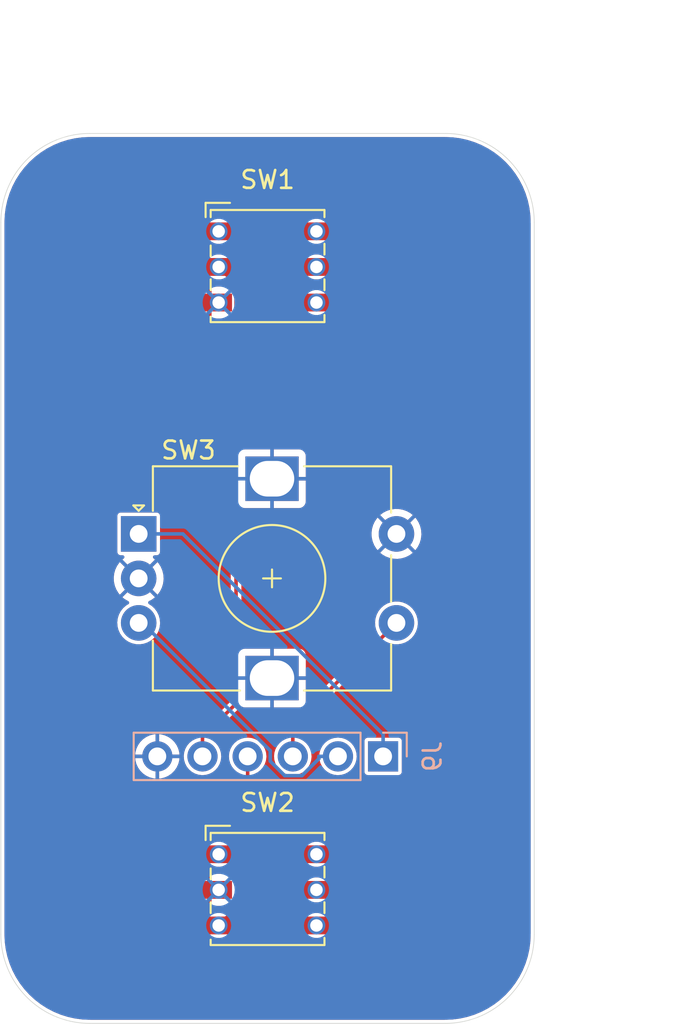
<source format=kicad_pcb>
(kicad_pcb (version 20211014) (generator pcbnew)
  (layers (0 "F.Cu" signal "Front") (31 "B.Cu" signal "Back") (34 "B.Paste" user) (35 "F.Paste" user) (36 "B.SilkS" user "B.Silkscreen") (37 "F.SilkS" user "F.Silkscreen") (38 "B.Mask" user) (39 "F.Mask" user) (44 "Edge.Cuts" user))
  (net 0 "")
  (net 1 "/ENC_A")
  (net 2 "/ENC_B")
  (net 3 "/ENC_SW")
  (net 4 "/B_NE")
  (net 5 "/B_PR")
  (net 6 "GND")
  (net 7 "unconnected-(SW1-Pad1)")
  (net 8 "unconnected-(SW2-Pad1)")
  (footprint "Rotary_Encoder:RotaryEncoder_Alps_EC12E-Switch_Vertical_H20mm" (layer "F.Cu") (at 207.75 62.5)
    (fp_text reference "SW3" (at 2.8 -4.7) (layer "F.SilkS"))
    (fp_text value "Encoder")
    (fp_line (start 0.8 8.8) (end 0.8 6) (layer "F.SilkS") (width 0.12))
    (fp_line (start 14.2 8.8) (end 9.3 8.8) (layer "F.SilkS") (width 0.12))
    (fp_line (start 9.3 -3.8) (end 14.2 -3.8) (layer "F.SilkS") (width 0.12))
    (fp_line (start -0.3 -1.6) (end 0.3 -1.6) (layer "F.SilkS") (width 0.12))
    (fp_line (start 0.8 -3.8) (end 0.8 -1.3) (layer "F.SilkS") (width 0.12))
    (fp_line (start 5.7 8.8) (end 0.8 8.8) (layer "F.SilkS") (width 0.12))
    (fp_line (start 0.3 -1.6) (end 0 -1.3) (layer "F.SilkS") (width 0.12))
    (fp_line (start 7 2.5) (end 8 2.5) (layer "F.SilkS") (width 0.12))
    (fp_line (start 14.2 6.2) (end 14.2 8.8) (layer "F.SilkS") (width 0.12))
    (fp_line (start 14.2 1.2) (end 14.2 3.8) (layer "F.SilkS") (width 0.12))
    (fp_line (start 7.5 2) (end 7.5 3) (layer "F.SilkS") (width 0.12))
    (fp_line (start 5.6 -3.8) (end 0.8 -3.8) (layer "F.SilkS") (width 0.12))
    (fp_line (start 0 -1.3) (end -0.3 -1.6) (layer "F.SilkS") (width 0.12))
    (fp_line (start 14.2 -3.8) (end 14.2 -1.2) (layer "F.SilkS") (width 0.12))
    (fp_circle (center 7.5 2.5) (end 10.5 2.5) (layer "F.SilkS") (width 0.12) (fill none))
    (pad "A" thru_hole rect (at 0 0) (size 2 2) (drill 1) (layers *.Cu *.Mask) (net 1 "/ENC_A"))
    (pad "B" thru_hole circle (at 0 5) (size 2 2) (drill 1) (layers *.Cu *.Mask) (net 2 "/ENC_B"))
    (pad "C" thru_hole circle (at 0 2.5) (size 2 2) (drill 1) (layers *.Cu *.Mask) (net 6 "GND"))
    (pad "MP" thru_hole rect (at 7.5 -3.1) (size 3 2.5) (drill oval 2.5 2) (layers *.Cu *.Mask) (net 6 "GND"))
    (pad "MP" thru_hole rect (at 7.5 8.1) (size 3 2.5) (drill oval 2.5 2) (layers *.Cu *.Mask) (net 6 "GND"))
    (pad "S1" thru_hole circle (at 14.5 0) (size 2 2) (drill 1) (layers *.Cu *.Mask) (net 6 "GND"))
    (pad "S2" thru_hole circle (at 14.5 5) (size 2 2) (drill 1) (layers *.Cu *.Mask) (net 3 "/ENC_SW"))
  )
  (footprint "Module:Square_PB" (layer "F.Cu") (at 215 82.5)
    (fp_text reference "SW2" (at 0 -4.9) (layer "F.SilkS"))
    (fp_text value "Next")
    (fp_line (start 3.2 0.7) (end 3.2 1.3) (layer "F.SilkS") (width 0.12))
    (fp_line (start 3.2 -3.2) (end 3.2 -2.8) (layer "F.SilkS") (width 0.12))
    (fp_line (start 3.2 2.7) (end 3.2 3.1) (layer "F.SilkS") (width 0.12))
    (fp_line (start -3.2 -2.8) (end -3.2 -3.2) (layer "F.SilkS") (width 0.12))
    (fp_line (start 3.2 -1.3) (end 3.2 -0.7) (layer "F.SilkS") (width 0.12))
    (fp_line (start -3.2 -3.2) (end 3.2 -3.2) (layer "F.SilkS") (width 0.12))
    (fp_line (start -3.485 -3.6) (end -2.115 -3.6) (layer "F.SilkS") (width 0.12))
    (fp_line (start -3.485 -2.8) (end -3.485 -3.6) (layer "F.SilkS") (width 0.12))
    (fp_line (start -3.2 -1.2) (end -3.2 -0.6) (layer "F.SilkS") (width 0.12))
    (fp_line (start -3.2 2.8) (end -3.2 3.1) (layer "F.SilkS") (width 0.12))
    (fp_line (start -3.2 3.1) (end 3.2 3.1) (layer "F.SilkS") (width 0.12))
    (fp_line (start -3.2 0.7) (end -3.2 1.3) (layer "F.SilkS") (width 0.12))
    (pad "1" thru_hole circle (at -2.75 -2) (size 1 1) (drill 0.7) (layers *.Cu *.Mask) (net 8 "unconnected-(SW2-Pad1)"))
    (pad "1" smd rect (at -3.25 -2) (size 2.5 1) (layers "F.Cu" "F.Paste" "F.Mask") (net 8 "unconnected-(SW2-Pad1)"))
    (pad "2" smd rect (at -3.25 0) (size 2.5 1) (layers "F.Cu" "F.Paste" "F.Mask") (net 6 "GND"))
    (pad "2" thru_hole circle (at -2.75 0) (size 1 1) (drill 0.7) (layers *.Cu *.Mask) (net 6 "GND"))
    (pad "3" thru_hole circle (at -2.75 2) (size 1 1) (drill 0.7) (layers *.Cu *.Mask) (net 4 "/B_NE"))
    (pad "3" smd rect (at -3.25 2) (size 2.5 1) (layers "F.Cu" "F.Paste" "F.Mask") (net 4 "/B_NE"))
    (pad "4" smd rect (at 3.25 2) (size 2.5 1) (layers "F.Cu" "F.Paste" "F.Mask"))
    (pad "4" thru_hole circle (at 2.75 2) (size 1 1) (drill 0.7) (layers *.Cu *.Mask))
    (pad "5" smd rect (at 3.25 0) (size 2.5 1) (layers "F.Cu" "F.Paste" "F.Mask"))
    (pad "5" thru_hole circle (at 2.75 0) (size 1 1) (drill 0.7) (layers *.Cu *.Mask))
    (pad "6" thru_hole circle (at 2.75 -2) (size 1 1) (drill 0.7) (layers *.Cu *.Mask))
    (pad "6" smd rect (at 3.25 -2) (size 2.5 1) (layers "F.Cu" "F.Paste" "F.Mask"))
  )
  (footprint "Module:Square_PB" (layer "F.Cu") (at 215 47.5)
    (fp_text reference "SW1" (at 0 -4.9) (layer "F.SilkS"))
    (fp_text value "Prev")
    (fp_line (start -3.2 -2.8) (end -3.2 -3.2) (layer "F.SilkS") (width 0.12))
    (fp_line (start -3.485 -2.8) (end -3.485 -3.6) (layer "F.SilkS") (width 0.12))
    (fp_line (start -3.2 3.1) (end 3.2 3.1) (layer "F.SilkS") (width 0.12))
    (fp_line (start 3.2 2.7) (end 3.2 3.1) (layer "F.SilkS") (width 0.12))
    (fp_line (start -3.2 -3.2) (end 3.2 -3.2) (layer "F.SilkS") (width 0.12))
    (fp_line (start -3.2 2.8) (end -3.2 3.1) (layer "F.SilkS") (width 0.12))
    (fp_line (start 3.2 0.7) (end 3.2 1.3) (layer "F.SilkS") (width 0.12))
    (fp_line (start -3.485 -3.6) (end -2.115 -3.6) (layer "F.SilkS") (width 0.12))
    (fp_line (start 3.2 -1.3) (end 3.2 -0.7) (layer "F.SilkS") (width 0.12))
    (fp_line (start -3.2 0.7) (end -3.2 1.3) (layer "F.SilkS") (width 0.12))
    (fp_line (start 3.2 -3.2) (end 3.2 -2.8) (layer "F.SilkS") (width 0.12))
    (fp_line (start -3.2 -1.2) (end -3.2 -0.6) (layer "F.SilkS") (width 0.12))
    (pad "1" thru_hole circle (at -2.75 -2) (size 1 1) (drill 0.7) (layers *.Cu *.Mask) (net 7 "unconnected-(SW1-Pad1)"))
    (pad "1" smd rect (at -3.25 -2) (size 2.5 1) (layers "F.Cu" "F.Paste" "F.Mask") (net 7 "unconnected-(SW1-Pad1)"))
    (pad "2" thru_hole circle (at -2.75 0) (size 1 1) (drill 0.7) (layers *.Cu *.Mask) (net 5 "/B_PR"))
    (pad "2" smd rect (at -3.25 0) (size 2.5 1) (layers "F.Cu" "F.Paste" "F.Mask") (net 5 "/B_PR"))
    (pad "3" thru_hole circle (at -2.75 2) (size 1 1) (drill 0.7) (layers *.Cu *.Mask) (net 6 "GND"))
    (pad "3" smd rect (at -3.25 2) (size 2.5 1) (layers "F.Cu" "F.Paste" "F.Mask") (net 6 "GND"))
    (pad "4" thru_hole circle (at 2.75 2) (size 1 1) (drill 0.7) (layers *.Cu *.Mask))
    (pad "4" smd rect (at 3.25 2) (size 2.5 1) (layers "F.Cu" "F.Paste" "F.Mask"))
    (pad "5" smd rect (at 3.25 0) (size 2.5 1) (layers "F.Cu" "F.Paste" "F.Mask"))
    (pad "5" thru_hole circle (at 2.75 0) (size 1 1) (drill 0.7) (layers *.Cu *.Mask))
    (pad "6" smd rect (at 3.25 -2) (size 2.5 1) (layers "F.Cu" "F.Paste" "F.Mask"))
    (pad "6" thru_hole circle (at 2.75 -2) (size 1 1) (drill 0.7) (layers *.Cu *.Mask))
  )
  (footprint "Connector_PinSocket_2.54mm:PinSocket_1x06_P2.54mm_Vertical" (layer "B.Cu") (at 221.5 75 90)
    (fp_text reference "J9" (at 0 2.77 90) (layer "B.SilkS") (effects (justify mirror)))
    (fp_text value "Controls")
    (fp_line (start -1.33 -1.27) (end -1.33 -14.03) (layer "B.SilkS") (width 0.12))
    (fp_line (start -1.33 -14.03) (end 1.33 -14.03) (layer "B.SilkS") (width 0.12))
    (fp_line (start -1.33 -1.27) (end 1.33 -1.27) (layer "B.SilkS") (width 0.12))
    (fp_line (start 1.33 1.33) (end 1.33 0) (layer "B.SilkS") (width 0.12))
    (fp_line (start 0 1.33) (end 1.33 1.33) (layer "B.SilkS") (width 0.12))
    (fp_line (start 1.33 -1.27) (end 1.33 -14.03) (layer "B.SilkS") (width 0.12))
    (pad "1" thru_hole rect (at 0 0 90) (size 1.7 1.7) (drill 1) (layers *.Cu *.Mask) (net 1 "/ENC_A"))
    (pad "2" thru_hole oval (at 0 -2.54 90) (size 1.7 1.7) (drill 1) (layers *.Cu *.Mask) (net 2 "/ENC_B"))
    (pad "3" thru_hole oval (at 0 -5.08 90) (size 1.7 1.7) (drill 1) (layers *.Cu *.Mask) (net 3 "/ENC_SW"))
    (pad "4" thru_hole oval (at 0 -7.62 90) (size 1.7 1.7) (drill 1) (layers *.Cu *.Mask) (net 4 "/B_NE"))
    (pad "5" thru_hole oval (at 0 -10.16 90) (size 1.7 1.7) (drill 1) (layers *.Cu *.Mask) (net 5 "/B_PR"))
    (pad "6" thru_hole oval (at 0 -12.7 90) (size 1.7 1.7) (drill 1) (layers *.Cu *.Mask) (net 6 "GND"))
  )
  (gr_arc (start 205 90) (mid 201.464466 88.535534) (end 200 85) (layer "Edge.Cuts") (width 0.0381))
  (gr_line (start 200 85) (end 200 45) (layer "Edge.Cuts") (width 0.0381))
  (gr_line (start 225 90) (end 205 90) (layer "Edge.Cuts") (width 0.0381))
  (gr_line (start 230 45) (end 230 85) (layer "Edge.Cuts") (width 0.0381))
  (gr_arc (start 230 85) (mid 228.535534 88.535534) (end 225 90) (layer "Edge.Cuts") (width 0.0381))
  (gr_line (start 205 40) (end 225 40) (layer "Edge.Cuts") (width 0.0381))
  (gr_arc (start 200 45) (mid 201.464466 41.464466) (end 205 40) (layer "Edge.Cuts") (width 0.0381))
  (gr_arc (start 225 40) (mid 228.535534 41.464466) (end 230 45) (layer "Edge.Cuts") (width 0.0381))
  (segment (start 221.5 73.7622) (end 210.2378 62.5) (width 0.2) (layer "B.Cu") (net 1))
  (segment (start 210.2378 62.5) (end 207.75 62.5) (width 0.2) (layer "B.Cu") (net 1))
  (segment (start 221.5 75) (end 221.5 73.7622) (width 0.2) (layer "B.Cu") (net 1))
  (segment (start 215.15 74.6802) (end 207.9698 67.5) (width 0.2) (layer "B.Cu") (net 2))
  (segment (start 215.15 75.2695) (end 215.15 74.6802) (width 0.2) (layer "B.Cu") (net 2))
  (segment (start 218.96 75) (end 217.8827 75) (width 0.2) (layer "B.Cu") (net 2))
  (segment (start 216.9324 76.085) (end 215.9655 76.085) (width 0.2) (layer "B.Cu") (net 2))
  (segment (start 217.8827 75.1347) (end 216.9324 76.085) (width 0.2) (layer "B.Cu") (net 2))
  (segment (start 217.8827 75) (end 217.8827 75.1347) (width 0.2) (layer "B.Cu") (net 2))
  (segment (start 215.9655 76.085) (end 215.15 75.2695) (width 0.2) (layer "B.Cu") (net 2))
  (segment (start 207.9698 67.5) (end 207.75 67.5) (width 0.2) (layer "B.Cu") (net 2))
  (segment (start 216.42 73.33) (end 222.25 67.5) (width 0.2) (layer "F.Cu") (net 3))
  (segment (start 216.42 75) (end 216.42 73.33) (width 0.2) (layer "F.Cu") (net 3))
  (segment (start 212.25 84.5) (end 211.75 84.5) (width 0.2) (layer "F.Cu") (net 4))
  (segment (start 213.88 82.87) (end 212.25 84.5) (width 0.2) (layer "F.Cu") (net 4))
  (segment (start 213.88 75) (end 213.88 82.87) (width 0.2) (layer "F.Cu") (net 4))
  (segment (start 213.2274 48.4774) (end 212.25 47.5) (width 0.2) (layer "F.Cu") (net 5))
  (segment (start 212.25 47.5) (end 211.75 47.5) (width 0.2) (layer "F.Cu") (net 5))
  (segment (start 213.2274 72.0353) (end 213.2274 48.4774) (width 0.2) (layer "F.Cu") (net 5))
  (segment (start 211.34 75) (end 211.34 73.9227) (width 0.2) (layer "F.Cu") (net 5))
  (segment (start 211.34 73.9227) (end 213.2274 72.0353) (width 0.2) (layer "F.Cu") (net 5))
  (segment (start 211.75 45.5) (end 212.25 45.5) (width 0.2) (layer "F.Cu") (net 7))
  (segment (start 211.75 80.5) (end 212.25 80.5) (width 0.2) (layer "F.Cu") (net 8))
  (zone (net 6) (net_name "GND") (layers F&B.Cu) (connect_pads (clearance 0.2)) (min_thickness 0.2) (fill yes (thermal_gap 0.4) (thermal_bridge_width 0.2))
    (polygon (pts (xy 230 90) (xy 200 90) (xy 200 40) (xy 230 40)))
  )
)
</source>
